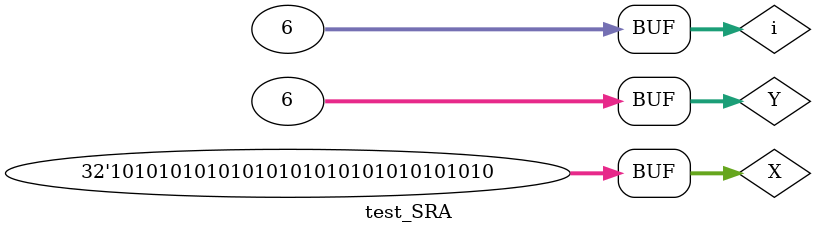
<source format=v>
`timescale 1ns / 1ps


module test_SRA;

	// Inputs
	reg [31:0] X;
	reg [31:0] Y;

	// Outputs
	wire [31:0] Z;

	// Instantiate the Unit Under Test (UUT)
	SRA uut (
		.X(X), 
		.Y(Y), 
		.Z(Z)
	);
	
	integer i = 0;

	initial begin
		// Initialize Inputs
		X = 32'b01010101010101010101010101010101;
		Y = 0;

		// Wait 100 ns for global reset to finish
		#100;
        
		// Add stimulus here
		for (i= 0; i < 6; i = i+1) begin
			#10;
			Y = 0;
			Y[i] = 1;
			
		end
		#10;
		Y=0;
		Y='d6;
		#10;
		
		// Repeat for negative
		X = 32'b10101010101010101010101010101010;
		Y = 0;

		
		#100;
        
		// Add stimulus here
		for (i= 0; i < 6; i = i+1) begin
			#10;
			Y = 0;
			Y[i] = 1;
			
		end
		#10;
		Y=0;
		Y='d6;
		#10;
		
	end
      
endmodule
</source>
